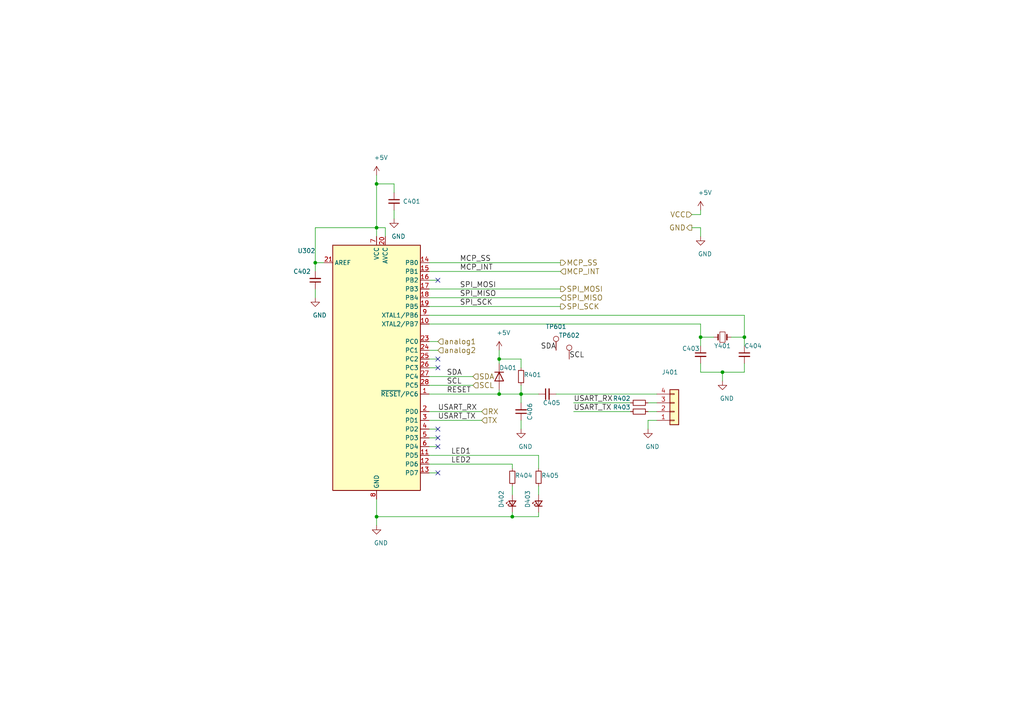
<source format=kicad_sch>
(kicad_sch (version 20211123) (generator eeschema)
  (paper "A4")
  (lib_symbols
    (symbol "Connector:TestPoint" (pin_numbers hide) (pin_names (offset 0.762) hide)
      (property "Reference" "TP" (at 0 6.858 0))
      (property "Value" "TestPoint" (at 0 5.08 0))
      (symbol "TestPoint_0_1"
        (circle (center 0 3.302) (radius 0.762))
      )
      (symbol "TestPoint_1_1"
        (pin passive line (at 0 0 90) (length 2.54) (name "1") (number "1"))
      )
    )
    (symbol "Connector_Generic:Conn_01x04" (pin_names (offset 1.016) hide)
      (property "Reference" "J" (at 0 5.08 0))
      (property "Value" "Conn_01x04" (at 0 -7.62 0))
      (symbol "Conn_01x04_1_1"
        (rectangle (start -1.27 -4.953) (end 0 -5.207) (stroke (width 0.1524)))
        (rectangle (start -1.27 -2.413) (end 0 -2.667) (stroke (width 0.1524)))
        (rectangle (start -1.27 0.127) (end 0 -0.127) (stroke (width 0.1524)))
        (rectangle (start -1.27 2.667) (end 0 2.413) (stroke (width 0.1524)))
        (rectangle (start -1.27 3.81) (end 1.27 -6.35) (stroke (width 0.254)) (fill (type background)))
        (pin passive line (at -5.08 2.54 0) (length 3.81) (name "Pin_1") (number "1"))
        (pin passive line (at -5.08 0 0) (length 3.81) (name "Pin_2") (number "2"))
        (pin passive line (at -5.08 -2.54 0) (length 3.81) (name "Pin_3") (number "3"))
        (pin passive line (at -5.08 -5.08 0) (length 3.81) (name "Pin_4") (number "4"))
      )
    )
    (symbol "Device:C_Small" (pin_numbers hide) (pin_names (offset 0.254) hide)
      (property "Reference" "C" (at 0.254 1.778 0))
      (property "Value" "C_Small" (at 0.254 -2.032 0))
      (symbol "C_Small_0_1"
        (polyline (pts (xy -1.524 -0.508) (xy 1.524 -0.508)) (stroke (width 0.3302)))
        (polyline (pts (xy -1.524 0.508) (xy 1.524 0.508)) (stroke (width 0.3048)))
      )
      (symbol "C_Small_1_1"
        (pin passive line (at 0 2.54 270) (length 2.032) (name "~") (number "1"))
        (pin passive line (at 0 -2.54 90) (length 2.032) (name "~") (number "2"))
      )
    )
    (symbol "Device:Crystal_Small" (pin_numbers hide) (pin_names (offset 1.016) hide)
      (property "Reference" "Y" (at 0 2.54 0))
      (property "Value" "Crystal_Small" (at 0 -2.54 0))
      (symbol "Crystal_Small_0_1"
        (rectangle (start -0.762 -1.524) (end 0.762 1.524))
        (polyline (pts (xy -1.27 -0.762) (xy -1.27 0.762)) (stroke (width 0.381)))
        (polyline (pts (xy 1.27 -0.762) (xy 1.27 0.762)) (stroke (width 0.381)))
      )
      (symbol "Crystal_Small_1_1"
        (pin passive line (at -2.54 0 0) (length 1.27) (name "1") (number "1"))
        (pin passive line (at 2.54 0 180) (length 1.27) (name "2") (number "2"))
      )
    )
    (symbol "Device:LED_Small" (pin_numbers hide) (pin_names (offset 0.254) hide)
      (property "Reference" "D" (at -1.27 3.175 0))
      (property "Value" "LED_Small" (at -4.445 -2.54 0))
      (symbol "LED_Small_0_1"
        (polyline (pts (xy -0.762 -1.016) (xy -0.762 1.016)) (stroke (width 0.254)))
        (polyline (pts (xy 1.016 0) (xy -0.762 0)))
        (polyline (pts (xy 0.762 -1.016) (xy -0.762 0) (xy 0.762 1.016) (xy 0.762 -1.016)) (stroke (width 0.254)))
        (polyline (pts (xy 0 0.762) (xy -0.508 1.27) (xy -0.254 1.27) (xy -0.508 1.27) (xy -0.508 1.016)))
        (polyline (pts (xy 0.508 1.27) (xy 0 1.778) (xy 0.254 1.778) (xy 0 1.778) (xy 0 1.524)))
      )
      (symbol "LED_Small_1_1"
        (pin passive line (at -2.54 0 0) (length 1.778) (name "K") (number "1"))
        (pin passive line (at 2.54 0 180) (length 1.778) (name "A") (number "2"))
      )
    )
    (symbol "Device:R_Small" (pin_numbers hide) (pin_names (offset 0.254) hide)
      (property "Reference" "R" (at 0.762 0.508 0))
      (property "Value" "R_Small" (at 0.762 -1.016 0))
      (symbol "R_Small_0_1"
        (rectangle (start -0.762 1.778) (end 0.762 -1.778) (stroke (width 0.2032)))
      )
      (symbol "R_Small_1_1"
        (pin passive line (at 0 2.54 270) (length 0.762) (name "~") (number "1"))
        (pin passive line (at 0 -2.54 90) (length 0.762) (name "~") (number "2"))
      )
    )
    (symbol "Diode:LL4148" (pin_numbers hide) (pin_names (offset 1.016) hide)
      (property "Reference" "D" (at 0 2.54 0))
      (property "Value" "LL4148" (at 0 -2.54 0))
      (symbol "LL4148_0_1"
        (polyline (pts (xy -1.27 1.27) (xy -1.27 -1.27)) (stroke (width 0.254)))
        (polyline (pts (xy 1.27 0) (xy -1.27 0)))
        (polyline (pts (xy 1.27 1.27) (xy 1.27 -1.27) (xy -1.27 0) (xy 1.27 1.27)) (stroke (width 0.254)))
      )
      (symbol "LL4148_1_1"
        (pin passive line (at -3.81 0 0) (length 2.54) (name "K") (number "1"))
        (pin passive line (at 3.81 0 180) (length 2.54) (name "A") (number "2"))
      )
    )
    (symbol "MCU_Microchip_ATmega:ATmega328-P"
      (property "Reference" "U" (at -12.7 36.83 0))
      (property "Value" "ATmega328-P" (at 2.54 -36.83 0))
      (symbol "ATmega328-P_0_1"
        (rectangle (start -12.7 -35.56) (end 12.7 35.56) (stroke (width 0.254)) (fill (type background)))
      )
      (symbol "ATmega328-P_1_1"
        (pin bidirectional line (at 15.24 -7.62 180) (length 2.54) (name "~{RESET}/PC6") (number "1"))
        (pin bidirectional line (at 15.24 12.7 180) (length 2.54) (name "XTAL2/PB7") (number "10"))
        (pin bidirectional line (at 15.24 -25.4 180) (length 2.54) (name "PD5") (number "11"))
        (pin bidirectional line (at 15.24 -27.94 180) (length 2.54) (name "PD6") (number "12"))
        (pin bidirectional line (at 15.24 -30.48 180) (length 2.54) (name "PD7") (number "13"))
        (pin bidirectional line (at 15.24 30.48 180) (length 2.54) (name "PB0") (number "14"))
        (pin bidirectional line (at 15.24 27.94 180) (length 2.54) (name "PB1") (number "15"))
        (pin bidirectional line (at 15.24 25.4 180) (length 2.54) (name "PB2") (number "16"))
        (pin bidirectional line (at 15.24 22.86 180) (length 2.54) (name "PB3") (number "17"))
        (pin bidirectional line (at 15.24 20.32 180) (length 2.54) (name "PB4") (number "18"))
        (pin bidirectional line (at 15.24 17.78 180) (length 2.54) (name "PB5") (number "19"))
        (pin bidirectional line (at 15.24 -12.7 180) (length 2.54) (name "PD0") (number "2"))
        (pin power_in line (at 2.54 38.1 270) (length 2.54) (name "AVCC") (number "20"))
        (pin passive line (at -15.24 30.48 0) (length 2.54) (name "AREF") (number "21"))
        (pin passive line (at 0 -38.1 90) (length 2.54) hide (name "GND") (number "22"))
        (pin bidirectional line (at 15.24 7.62 180) (length 2.54) (name "PC0") (number "23"))
        (pin bidirectional line (at 15.24 5.08 180) (length 2.54) (name "PC1") (number "24"))
        (pin bidirectional line (at 15.24 2.54 180) (length 2.54) (name "PC2") (number "25"))
        (pin bidirectional line (at 15.24 0 180) (length 2.54) (name "PC3") (number "26"))
        (pin bidirectional line (at 15.24 -2.54 180) (length 2.54) (name "PC4") (number "27"))
        (pin bidirectional line (at 15.24 -5.08 180) (length 2.54) (name "PC5") (number "28"))
        (pin bidirectional line (at 15.24 -15.24 180) (length 2.54) (name "PD1") (number "3"))
        (pin bidirectional line (at 15.24 -17.78 180) (length 2.54) (name "PD2") (number "4"))
        (pin bidirectional line (at 15.24 -20.32 180) (length 2.54) (name "PD3") (number "5"))
        (pin bidirectional line (at 15.24 -22.86 180) (length 2.54) (name "PD4") (number "6"))
        (pin power_in line (at 0 38.1 270) (length 2.54) (name "VCC") (number "7"))
        (pin power_in line (at 0 -38.1 90) (length 2.54) (name "GND") (number "8"))
        (pin bidirectional line (at 15.24 15.24 180) (length 2.54) (name "XTAL1/PB6") (number "9"))
      )
    )
    (symbol "power:+5V" (power) (pin_names (offset 0))
      (property "Value" "+5V" (at 0 3.556 0))
      (symbol "+5V_0_1"
        (polyline (pts (xy -0.762 1.27) (xy 0 2.54)))
        (polyline (pts (xy 0 0) (xy 0 2.54)))
        (polyline (pts (xy 0 2.54) (xy 0.762 1.27)))
      )
      (symbol "+5V_1_1"
        (pin power_in line (at 0 0 90) (length 0) hide (name "+5V") (number "1"))
      )
    )
    (symbol "power:GND" (power) (pin_names (offset 0))
      (property "Value" "GND" (at 0 -3.81 0))
      (symbol "GND_0_1"
        (polyline (pts (xy 0 0) (xy 0 -1.27) (xy 1.27 -1.27) (xy 0 -2.54) (xy -1.27 -1.27) (xy 0 -1.27)))
      )
      (symbol "GND_1_1"
        (pin power_in line (at 0 0 270) (length 0) hide (name "GND") (number "1"))
      )
    )
  )
  (junction (at 109.22 149.86))
  (junction (at 151.13 114.3))
  (junction (at 203.2 97.79))
  (junction (at 109.22 53.34))
  (junction (at 209.55 107.95))
  (junction (at 144.78 104.14))
  (junction (at 148.59 149.86))
  (junction (at 215.9 97.79))
  (junction (at 91.44 76.2))
  (junction (at 109.22 66.04))
  (junction (at 144.78 114.3))
  (no_connect (at 127 129.54))
  (no_connect (at 127 137.16))
  (no_connect (at 127 81.28))
  (no_connect (at 127 127))
  (no_connect (at 127 106.68))
  (no_connect (at 127 124.46))
  (no_connect (at 127 104.14))
  (wire (pts (xy 91.44 76.2) (xy 91.44 78.74)))
  (wire (pts (xy 109.22 53.34) (xy 109.22 66.04)))
  (wire (pts (xy 187.96 124.46) (xy 187.96 121.92)))
  (wire (pts (xy 200.66 62.23) (xy 203.2 62.23)))
  (wire (pts (xy 151.13 121.92) (xy 151.13 124.46)))
  (wire (pts (xy 109.22 66.04) (xy 111.76 66.04)))
  (wire (pts (xy 207.01 97.79) (xy 203.2 97.79)))
  (wire (pts (xy 127 127) (xy 124.46 127)))
  (wire (pts (xy 162.56 76.2) (xy 124.46 76.2)))
  (wire (pts (xy 148.59 148.59) (xy 148.59 149.86)))
  (wire (pts (xy 114.3 55.88) (xy 114.3 53.34)))
  (wire (pts (xy 111.76 68.58) (xy 111.76 66.04)))
  (wire (pts (xy 124.46 137.16) (xy 127 137.16)))
  (wire (pts (xy 215.9 97.79) (xy 212.09 97.79)))
  (wire (pts (xy 124.46 93.98) (xy 203.2 93.98)))
  (wire (pts (xy 187.96 119.38) (xy 190.5 119.38)))
  (wire (pts (xy 203.2 107.95) (xy 203.2 105.41)))
  (wire (pts (xy 109.22 66.04) (xy 91.44 66.04)))
  (wire (pts (xy 144.78 105.41) (xy 144.78 104.14)))
  (wire (pts (xy 187.96 116.84) (xy 190.5 116.84)))
  (wire (pts (xy 156.21 132.08) (xy 156.21 135.89)))
  (wire (pts (xy 209.55 110.49) (xy 209.55 107.95)))
  (wire (pts (xy 124.46 109.22) (xy 137.16 109.22)))
  (wire (pts (xy 203.2 66.04) (xy 203.2 68.58)))
  (wire (pts (xy 156.21 148.59) (xy 156.21 149.86)))
  (wire (pts (xy 148.59 134.62) (xy 148.59 135.89)))
  (wire (pts (xy 203.2 107.95) (xy 209.55 107.95)))
  (wire (pts (xy 144.78 101.6) (xy 144.78 104.14)))
  (wire (pts (xy 215.9 97.79) (xy 215.9 100.33)))
  (wire (pts (xy 203.2 97.79) (xy 203.2 100.33)))
  (wire (pts (xy 151.13 111.76) (xy 151.13 114.3)))
  (wire (pts (xy 109.22 144.78) (xy 109.22 149.86)))
  (wire (pts (xy 151.13 106.68) (xy 151.13 104.14)))
  (wire (pts (xy 215.9 91.44) (xy 215.9 97.79)))
  (wire (pts (xy 144.78 114.3) (xy 151.13 114.3)))
  (wire (pts (xy 114.3 63.5) (xy 114.3 60.96)))
  (wire (pts (xy 144.78 113.03) (xy 144.78 114.3)))
  (wire (pts (xy 124.46 114.3) (xy 144.78 114.3)))
  (wire (pts (xy 127 101.6) (xy 124.46 101.6)))
  (wire (pts (xy 124.46 78.74) (xy 162.56 78.74)))
  (wire (pts (xy 124.46 129.54) (xy 127 129.54)))
  (wire (pts (xy 151.13 114.3) (xy 156.21 114.3)))
  (wire (pts (xy 124.46 106.68) (xy 127 106.68)))
  (wire (pts (xy 124.46 121.92) (xy 139.7 121.92)))
  (wire (pts (xy 124.46 119.38) (xy 139.7 119.38)))
  (wire (pts (xy 124.46 83.82) (xy 162.56 83.82)))
  (wire (pts (xy 215.9 107.95) (xy 215.9 105.41)))
  (wire (pts (xy 148.59 140.97) (xy 148.59 143.51)))
  (wire (pts (xy 127 81.28) (xy 124.46 81.28)))
  (wire (pts (xy 156.21 140.97) (xy 156.21 143.51)))
  (wire (pts (xy 124.46 88.9) (xy 162.56 88.9)))
  (wire (pts (xy 203.2 93.98) (xy 203.2 97.79)))
  (wire (pts (xy 124.46 91.44) (xy 215.9 91.44)))
  (wire (pts (xy 109.22 149.86) (xy 148.59 149.86)))
  (wire (pts (xy 91.44 83.82) (xy 91.44 86.36)))
  (wire (pts (xy 200.66 66.04) (xy 203.2 66.04)))
  (wire (pts (xy 144.78 104.14) (xy 151.13 104.14)))
  (wire (pts (xy 127 99.06) (xy 124.46 99.06)))
  (wire (pts (xy 187.96 121.92) (xy 190.5 121.92)))
  (wire (pts (xy 124.46 134.62) (xy 148.59 134.62)))
  (wire (pts (xy 109.22 68.58) (xy 109.22 66.04)))
  (wire (pts (xy 124.46 132.08) (xy 156.21 132.08)))
  (wire (pts (xy 124.46 104.14) (xy 127 104.14)))
  (wire (pts (xy 127 124.46) (xy 124.46 124.46)))
  (wire (pts (xy 151.13 114.3) (xy 151.13 116.84)))
  (wire (pts (xy 148.59 149.86) (xy 156.21 149.86)))
  (wire (pts (xy 162.56 86.36) (xy 124.46 86.36)))
  (wire (pts (xy 209.55 107.95) (xy 215.9 107.95)))
  (wire (pts (xy 91.44 66.04) (xy 91.44 76.2)))
  (wire (pts (xy 109.22 53.34) (xy 109.22 50.8)))
  (wire (pts (xy 166.37 116.84) (xy 182.88 116.84)))
  (wire (pts (xy 161.29 114.3) (xy 190.5 114.3)))
  (wire (pts (xy 91.44 76.2) (xy 93.98 76.2)))
  (wire (pts (xy 203.2 62.23) (xy 203.2 60.96)))
  (wire (pts (xy 124.46 111.76) (xy 137.16 111.76)))
  (wire (pts (xy 109.22 149.86) (xy 109.22 152.4)))
  (wire (pts (xy 114.3 53.34) (xy 109.22 53.34)))
  (wire (pts (xy 166.37 119.38) (xy 182.88 119.38)))
  (label "SCL" (at 165.1 104.14 0) (effects (font (size 1.524 1.524))))
  (label "USART_RX" (at 166.37 116.84 0) (effects (font (size 1.524 1.524))))
  (label "USART_RX" (at 127 119.38 0) (effects (font (size 1.524 1.524))))
  (label "SPI_SCK" (at 133.35 88.9 0) (effects (font (size 1.524 1.524))))
  (label "USART_TX" (at 166.37 119.38 0) (effects (font (size 1.524 1.524))))
  (label "SDA" (at 129.54 109.22 0) (effects (font (size 1.524 1.524))))
  (label "SPI_MISO" (at 133.35 86.36 0) (effects (font (size 1.524 1.524))))
  (label "LED2" (at 130.81 134.62 0) (effects (font (size 1.524 1.524))))
  (label "USART_TX" (at 127 121.92 0) (effects (font (size 1.524 1.524))))
  (label "SPI_MOSI" (at 133.35 83.82 0) (effects (font (size 1.524 1.524))))
  (label "MCP_SS" (at 133.35 76.2 0) (effects (font (size 1.524 1.524))))
  (label "LED1" (at 130.81 132.08 0) (effects (font (size 1.524 1.524))))
  (label "SDA" (at 161.29 101.6 180) (effects (font (size 1.524 1.524))))
  (label "SCL" (at 129.54 111.76 0) (effects (font (size 1.524 1.524))))
  (label "RESET" (at 129.54 114.3 0) (effects (font (size 1.524 1.524))))
  (label "MCP_INT" (at 133.35 78.74 0) (effects (font (size 1.524 1.524))))
  (hierarchical_label "SPI_MOSI" (shape output) (at 162.56 83.82 0) (effects (font (size 1.524 1.524))))
  (hierarchical_label "MCP_INT" (shape input) (at 162.56 78.74 0) (effects (font (size 1.524 1.524))))
  (hierarchical_label "MCP_SS" (shape output) (at 162.56 76.2 0) (effects (font (size 1.524 1.524))))
  (hierarchical_label "SDA" (shape input) (at 137.16 109.22 0) (effects (font (size 1.524 1.524))))
  (hierarchical_label "VCC" (shape input) (at 200.66 62.23 180) (effects (font (size 1.524 1.524))))
  (hierarchical_label "analog1" (shape input) (at 127 99.06 0) (effects (font (size 1.524 1.524))))
  (hierarchical_label "analog2" (shape input) (at 127 101.6 0) (effects (font (size 1.524 1.524))))
  (hierarchical_label "SCL" (shape input) (at 137.16 111.76 0) (effects (font (size 1.524 1.524))))
  (hierarchical_label "SPI_MISO" (shape input) (at 162.56 86.36 0) (effects (font (size 1.524 1.524))))
  (hierarchical_label "GND" (shape output) (at 200.66 66.04 180) (effects (font (size 1.524 1.524))))
  (hierarchical_label "TX" (shape input) (at 139.7 121.92 0) (effects (font (size 1.524 1.524))))
  (hierarchical_label "RX" (shape input) (at 139.7 119.38 0) (effects (font (size 1.524 1.524))))
  (hierarchical_label "SPI_SCK" (shape output) (at 162.56 88.9 0) (effects (font (size 1.524 1.524))))
  (symbol (lib_id "Connector:TestPoint") (at 161.29 101.6 0) (unit 1)
    (property "Reference" "TP601" (at 161.29 94.742 0))
  )
  (symbol (lib_id "power:GND") (at 203.2 68.58 0) (unit 1)
    (property "Reference" "#PWR0609" (effects hide))
  )
  (symbol (lib_id "Device:C_Small") (at 203.2 102.87 0) (mirror y) (unit 1)
    (property "Reference" "C403" (at 202.946 101.092 0) (effects (justify left)))
  )
  (symbol (lib_id "power:+5V") (at 203.2 60.96 0) (unit 1)
    (property "Reference" "#PWR0608" (effects hide))
  )
  (symbol (lib_id "Device:R_Small") (at 185.42 119.38 90) (unit 1)
    (property "Reference" "R403" (at 182.88 118.11 90) (effects (justify left)))
  )
  (symbol (lib_id "Device:LED_Small") (at 156.21 146.05 90) (unit 1)
    (property "Reference" "D403" (at 153.035 147.32 0) (effects (justify left)))
  )
  (symbol (lib_id "power:+5V") (at 144.78 101.6 0) (unit 1)
    (property "Reference" "#PWR0605" (effects hide))
  )
  (symbol (lib_id "Connector:TestPoint") (at 165.1 104.14 0) (unit 1)
    (property "Reference" "TP602" (at 165.1 97.282 0))
  )
  (symbol (lib_id "Device:C_Small") (at 151.13 119.38 180) (unit 1)
    (property "Reference" "C406" (at 153.67 116.84 90) (effects (justify left)))
  )
  (symbol (lib_id "power:GND") (at 151.13 124.46 0) (unit 1)
    (property "Reference" "#PWR0606" (effects hide))
  )
  (symbol (lib_id "Device:R_Small") (at 185.42 116.84 90) (unit 1)
    (property "Reference" "R402" (at 182.88 115.57 90) (effects (justify left)))
  )
  (symbol (lib_id "power:GND") (at 109.22 152.4 0) (unit 1)
    (property "Reference" "#PWR0603" (effects hide))
  )
  (symbol (lib_id "Device:R_Small") (at 156.21 138.43 0) (unit 1)
    (property "Reference" "R405" (at 156.972 137.922 0) (effects (justify left)))
  )
  (symbol (lib_id "power:GND") (at 91.44 86.36 0) (unit 1)
    (property "Reference" "#PWR0601" (effects hide))
  )
  (symbol (lib_id "Diode:LL4148") (at 144.78 109.22 90) (mirror x) (unit 1)
    (property "Reference" "D401" (at 144.78 106.68 90) (effects (justify right)))
    (property "Datasheet" "http://www.vishay.com/docs/85557/ll4148.pdf" (effects hide))
  )
  (symbol (lib_id "Device:C_Small") (at 215.9 102.87 0) (mirror y) (unit 1)
    (property "Reference" "C404" (at 220.98 100.33 0) (effects (justify left)))
  )
  (symbol (lib_id "Device:R_Small") (at 148.59 138.43 0) (unit 1)
    (property "Reference" "R404" (at 149.352 137.922 0) (effects (justify left)))
  )
  (symbol (lib_id "power:+5V") (at 109.22 50.8 0) (unit 1)
    (property "Reference" "#PWR0602" (effects hide))
  )
  (symbol (lib_id "Device:C_Small") (at 114.3 58.42 0) (unit 1)
    (property "Reference" "C401" (at 116.84 58.42 0) (effects (justify left)))
  )
  (symbol (lib_id "Device:C_Small") (at 91.44 81.28 180) (unit 1)
    (property "Reference" "C402" (at 90.17 78.74 0) (effects (justify left)))
  )
  (symbol (lib_id "Device:Crystal_Small") (at 209.55 97.79 0) (mirror x) (unit 1)
    (property "Reference" "Y401" (at 209.55 100.33 0))
    (property "Datasheet" "http://www.farnell.com/datasheets/321153.pdf" (effects hide))
  )
  (symbol (lib_id "MCU_Microchip_ATmega:ATmega328-P") (at 109.22 106.68 0) (unit 1)
    (property "Reference" "U302" (at 88.8751 72.7416 0))
    (property "Datasheet" "http://ww1.microchip.com/downloads/en/DeviceDoc/ATmega328_P%20AVR%20MCU%20with%20picoPower%20Technology%20Data%20Sheet%2040001984A.pdf" (effects hide))
  )
  (symbol (lib_id "Connector_Generic:Conn_01x04") (at 195.58 119.38 0) (mirror x) (unit 1)
    (property "Reference" "J401" (at 194.31 107.95 0))
  )
  (symbol (lib_id "power:GND") (at 187.96 124.46 0) (unit 1)
    (property "Reference" "#PWR0607" (effects hide))
  )
  (symbol (lib_id "Device:C_Small") (at 158.75 114.3 90) (unit 1)
    (property "Reference" "C405" (at 162.56 116.84 90) (effects (justify left)))
  )
  (symbol (lib_id "Device:LED_Small") (at 148.59 146.05 90) (unit 1)
    (property "Reference" "D402" (at 145.415 147.32 0) (effects (justify left)))
  )
  (symbol (lib_id "Device:R_Small") (at 151.13 109.22 0) (unit 1)
    (property "Reference" "R401" (at 151.892 108.712 0) (effects (justify left)))
  )
  (symbol (lib_id "power:GND") (at 209.55 110.49 0) (unit 1)
    (property "Reference" "#PWR0610" (effects hide))
  )
  (symbol (lib_id "power:GND") (at 114.3 63.5 0) (unit 1)
    (property "Reference" "#PWR0604" (effects hide))
  )
)
</source>
